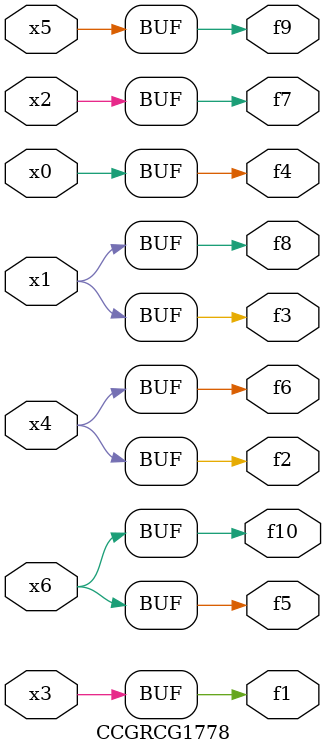
<source format=v>
module CCGRCG1778(
	input x0, x1, x2, x3, x4, x5, x6,
	output f1, f2, f3, f4, f5, f6, f7, f8, f9, f10
);
	assign f1 = x3;
	assign f2 = x4;
	assign f3 = x1;
	assign f4 = x0;
	assign f5 = x6;
	assign f6 = x4;
	assign f7 = x2;
	assign f8 = x1;
	assign f9 = x5;
	assign f10 = x6;
endmodule

</source>
